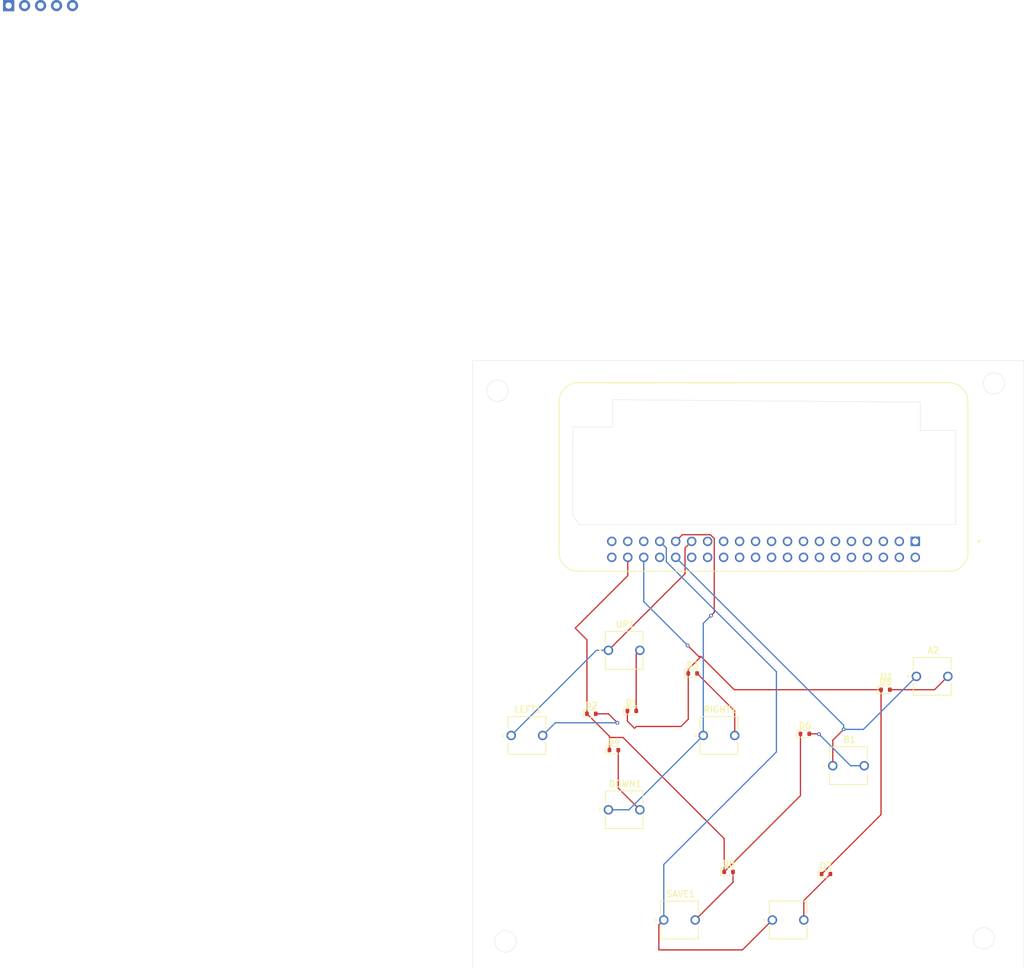
<source format=kicad_pcb>
(kicad_pcb (version 20241229) (generator "pcbnew") (generator_version "9.0")
  (layers (0 "F.Cu" signal) (2 "B.Cu" signal) (13 "F.Paste" user) (15 "B.Paste" user) (5 "F.SilkS" user "F.Silkscreen") (7 "B.SilkS" user "B.Silkscreen") (1 "F.Mask" user) (3 "B.Mask" user) (25 "Edge.Cuts" user))
  (net 0 "")
  (net 1 "GND")
  (net 2 "Net-(D5-A)")
  (net 3 "Column3")
  (net 4 "Net-(D6-A)")
  (net 5 "Net-(D1-A)")
  (net 6 "Row1")
  (net 7 "Row2")
  (net 8 "Net-(D2-A)")
  (net 9 "Net-(D3-A)")
  (net 10 "Net-(D4-A)")
  (net 11 "Net-(D7-A)")
  (net 12 "Net-(D8-A)")
  (net 13 "Column2")
  (net 17 "Column1")
  (net 23 "Column4")
  (net 26 "RotB")
  (net 30 "RotA")
  (net 36 "RotButton")
  (footprint "RASPBERRY PI ZERO 2 W:MODULE_RASPBERRY_PI_ZERO_2_W" (layer "F.Cu") (at 121.4025 75.89 180)
    (property "Reference" "U1" (at -19.569 -31.6862 0) (layer "F.SilkS") (effects (font (size 1.00189 1.00189))))
    (property "Value" "RASPBERRY_PI_ZERO_2_W")
    (fp_line (start 32.5 12) (end 32.5 -12) (stroke (width 0.127)) (layer "F.SilkS"))
    (fp_line (start 29.5 -15) (end -29.5 -15) (stroke (width 0.127)) (layer "F.SilkS"))
    (fp_line (start 17 15) (end 25.35 15) (stroke (width 0.127)) (layer "F.SilkS"))
    (fp_line (start 4.4 15) (end 12.75 15) (stroke (width 0.127)) (layer "F.SilkS"))
    (fp_line (start -29.5 15) (end 29.5 15) (stroke (width 0.127)) (layer "F.SilkS"))
    (fp_line (start -32.5 -12) (end -32.5 12) (stroke (width 0.127)) (layer "F.SilkS"))
    (fp_arc (start 32.5 12) (mid 31.62132 14.12132) (end 29.5 15) (stroke (width 0.127)) (layer "F.SilkS"))
    (fp_arc (start 29.5 -15) (mid 31.62132 -14.12132) (end 32.5 -12) (stroke (width 0.127)) (layer "F.SilkS"))
    (fp_arc (start -29.5 15) (mid -31.62132 14.12132) (end -32.5 12) (stroke (width 0.127)) (layer "F.SilkS"))
    (fp_arc (start -32.5 -12) (mid -31.62132 -14.12132) (end -29.5 -15) (stroke (width 0.127)) (layer "F.SilkS"))
    (fp_circle (center -34.29 -10.23) (end -34.19 -10.23) (stroke (width 0.2)) (fill no) (layer "F.SilkS"))
    (pad "" np_thru_hole circle (at -29 -11.5 180) (size 2.75 2.75) (drill 2.75) (layers "*.Cu" "*.Mask"))
    (pad "" np_thru_hole circle (at -29 11.5 180) (size 2.75 2.75) (drill 2.75) (layers "*.Cu" "*.Mask"))
    (pad "" np_thru_hole circle (at 29 -11.5 180) (size 2.75 2.75) (drill 2.75) (layers "*.Cu" "*.Mask"))
    (pad "" np_thru_hole circle (at 29 11.5 180) (size 2.75 2.75) (drill 2.75) (layers "*.Cu" "*.Mask"))
    (pad "1" thru_hole rect (at -24.13 -10.23 180) (size 1.508 1.508) (drill 1) (layers "*.Cu" "*.Mask"))
    (pad "2" thru_hole circle (at -24.13 -12.77 180) (size 1.508 1.508) (drill 1) (layers "*.Cu" "*.Mask"))
    (pad "3" thru_hole circle (at -21.59 -10.23 180) (size 1.508 1.508) (drill 1) (layers "*.Cu" "*.Mask"))
    (pad "4" thru_hole circle (at -21.59 -12.77 180) (size 1.508 1.508) (drill 1) (layers "*.Cu" "*.Mask"))
    (pad "5" thru_hole circle (at -19.05 -10.23 180) (size 1.508 1.508) (drill 1) (layers "*.Cu" "*.Mask"))
    (pad "6" thru_hole circle (at -19.05 -12.77 180) (size 1.508 1.508) (drill 1) (layers "*.Cu" "*.Mask"))
    (pad "7" thru_hole circle (at -16.51 -10.23 180) (size 1.508 1.508) (drill 1) (layers "*.Cu" "*.Mask"))
    (pad "8" thru_hole circle (at -16.51 -12.77 180) (size 1.508 1.508) (drill 1) (layers "*.Cu" "*.Mask"))
    (pad "9" thru_hole circle (at -13.97 -10.23 180) (size 1.508 1.508) (drill 1) (layers "*.Cu" "*.Mask"))
    (pad "10" thru_hole circle (at -13.97 -12.77 180) (size 1.508 1.508) (drill 1) (layers "*.Cu" "*.Mask"))
    (pad "11" thru_hole circle (at -11.43 -10.23 180) (size 1.508 1.508) (drill 1) (layers "*.Cu" "*.Mask"))
    (pad "12" thru_hole circle (at -11.43 -12.77 180) (size 1.508 1.508) (drill 1) (layers "*.Cu" "*.Mask"))
    (pad "13" thru_hole circle (at -8.89 -10.23 180) (size 1.508 1.508) (drill 1) (layers "*.Cu" "*.Mask"))
    (pad "14" thru_hole circle (at -8.89 -12.77 180) (size 1.508 1.508) (drill 1) (layers "*.Cu" "*.Mask"))
    (pad "15" thru_hole circle (at -6.35 -10.23 180) (size 1.508 1.508) (drill 1) (layers "*.Cu" "*.Mask"))
    (pad "16" thru_hole circle (at -6.35 -12.77 180) (size 1.508 1.508) (drill 1) (layers "*.Cu" "*.Mask"))
    (pad "17" thru_hole circle (at -3.81 -10.23 180) (size 1.508 1.508) (drill 1) (layers "*.Cu" "*.Mask"))
    (pad "18" thru_hole circle (at -3.81 -12.77 180) (size 1.508 1.508) (drill 1) (layers "*.Cu" "*.Mask"))
    (pad "19" thru_hole circle (at -1.27 -10.23 180) (size 1.508 1.508) (drill 1) (layers "*.Cu" "*.Mask"))
    (pad "20" thru_hole circle (at -1.27 -12.77 180) (size 1.508 1.508) (drill 1) (layers "*.Cu" "*.Mask"))
    (pad "21" thru_hole circle (at 1.27 -10.23 180) (size 1.508 1.508) (drill 1) (layers "*.Cu" "*.Mask"))
    (pad "22" thru_hole circle (at 1.27 -12.77 180) (size 1.508 1.508) (drill 1) (layers "*.Cu" "*.Mask"))
    (pad "23" thru_hole circle (at 3.81 -10.23 180) (size 1.508 1.508) (drill 1) (layers "*.Cu" "*.Mask"))
    (pad "24" thru_hole circle (at 3.81 -12.77 180) (size 1.508 1.508) (drill 1) (layers "*.Cu" "*.Mask"))
    (pad "25" thru_hole circle (at 6.35 -10.23 180) (size 1.508 1.508) (drill 1) (layers "*.Cu" "*.Mask"))
    (pad "26" thru_hole circle (at 6.35 -12.77 180) (size 1.508 1.508) (drill 1) (layers "*.Cu" "*.Mask"))
    (pad "27" thru_hole circle (at 8.89 -10.23 180) (size 1.508 1.508) (drill 1) (layers "*.Cu" "*.Mask"))
    (pad "28" thru_hole circle (at 8.89 -12.77 180) (size 1.508 1.508) (drill 1) (layers "*.Cu" "*.Mask"))
    (pad "29" thru_hole circle (at 11.43 -10.23 180) (size 1.508 1.508) (drill 1) (layers "*.Cu" "*.Mask") (net 17 "Column1"))
    (pad "30" thru_hole circle (at 11.43 -12.77 180) (size 1.508 1.508) (drill 1) (layers "*.Cu" "*.Mask"))
    (pad "31" thru_hole circle (at 13.97 -10.23 180) (size 1.508 1.508) (drill 1) (layers "*.Cu" "*.Mask") (net 13 "Column2"))
    (pad "32" thru_hole circle (at 13.97 -12.77 180) (size 1.508 1.508) (drill 1) (layers "*.Cu" "*.Mask") (net 3 "Column3"))
    (pad "33" thru_hole circle (at 16.51 -10.23 180) (size 1.508 1.508) (drill 1) (layers "*.Cu" "*.Mask") (net 23 "Column4"))
    (pad "34" thru_hole circle (at 16.51 -12.77 180) (size 1.508 1.508) (drill 1) (layers "*.Cu" "*.Mask") (net 1 "GND"))
    (pad "35" thru_hole circle (at 19.05 -10.23 180) (size 1.508 1.508) (drill 1) (layers "*.Cu" "*.Mask") (net 30 "RotA"))
    (pad "36" thru_hole circle (at 19.05 -12.77 180) (size 1.508 1.508) (drill 1) (layers "*.Cu" "*.Mask") (net 6 "Row1"))
    (pad "37" thru_hole circle (at 21.59 -10.23 180) (size 1.508 1.508) (drill 1) (layers "*.Cu" "*.Mask") (net 26 "RotB"))
    (pad "38" thru_hole circle (at 21.59 -12.77 180) (size 1.508 1.508) (drill 1) (layers "*.Cu" "*.Mask") (net 7 "Row2"))
    (pad "39" thru_hole circle (at 24.13 -10.23 180) (size 1.508 1.508) (drill 1) (layers "*.Cu" "*.Mask"))
    (pad "40" thru_hole circle (at 24.13 -12.77 180) (size 1.508 1.508) (drill 1) (layers "*.Cu" "*.Mask") (net 36 "RotButton"))
  )
  (footprint "Micro_Button:SW_BUTT-2" (layer "F.Cu") (at 108.04 146.35)
    (property "Reference" "SAVE1" (at 0.175 -4.135 0) (layer "F.SilkS"))
    (property "Value" "BUTT-2")
    (fp_line (start -3 -3) (end 3 -3) (stroke (width 0.127)) (layer "F.SilkS"))
    (fp_line (start -3 -1.075) (end -3 -3) (stroke (width 0.127)) (layer "F.SilkS"))
    (fp_line (start -3 3) (end -3 1.075) (stroke (width 0.127)) (layer "F.SilkS"))
    (fp_line (start 3 -3) (end 3 -1.075) (stroke (width 0.127)) (layer "F.SilkS"))
    (fp_line (start 3 1.075) (end 3 3) (stroke (width 0.127)) (layer "F.SilkS"))
    (fp_line (start 3 3) (end -3 3) (stroke (width 0.127)) (layer "F.SilkS"))
    (fp_circle (center -3.8 0) (end -3.7 0) (stroke (width 0.2)) (fill no) (layer "F.SilkS"))
    (pad "1" thru_hole circle (at -2.5 0) (size 1.508 1.508) (drill 1) (layers "*.Cu" "*.Mask") (net 23 "Column4"))
    (pad "2" thru_hole circle (at 2.5 0) (size 1.508 1.508) (drill 1) (layers "*.Cu" "*.Mask") (net 12 "Net-(D8-A)"))
  )
  (footprint "Micro_Button:SW_BUTT-2" (layer "F.Cu") (at 99.24 128.82)
    (property "Reference" "DOWN1" (at 0.175 -4.135 0) (layer "F.SilkS"))
    (property "Value" "BUTT-2")
    (fp_line (start -3 -3) (end 3 -3) (stroke (width 0.127)) (layer "F.SilkS"))
    (fp_line (start -3 -1.075) (end -3 -3) (stroke (width 0.127)) (layer "F.SilkS"))
    (fp_line (start -3 3) (end -3 1.075) (stroke (width 0.127)) (layer "F.SilkS"))
    (fp_line (start 3 -3) (end 3 -1.075) (stroke (width 0.127)) (layer "F.SilkS"))
    (fp_line (start 3 1.075) (end 3 3) (stroke (width 0.127)) (layer "F.SilkS"))
    (fp_line (start 3 3) (end -3 3) (stroke (width 0.127)) (layer "F.SilkS"))
    (fp_circle (center -3.8 0) (end -3.7 0) (stroke (width 0.2)) (fill no) (layer "F.SilkS"))
    (pad "1" thru_hole circle (at -2.5 0) (size 1.508 1.508) (drill 1) (layers "*.Cu" "*.Mask") (net 13 "Column2"))
    (pad "2" thru_hole circle (at 2.5 0) (size 1.508 1.508) (drill 1) (layers "*.Cu" "*.Mask") (net 10 "Net-(D4-A)"))
  )
  (footprint "Micro_Button:SW_BUTT-2" (layer "F.Cu") (at 99.24 103.45)
    (property "Reference" "UP1" (at 0.175 -4.135 0) (layer "F.SilkS"))
    (property "Value" "BUTT-2")
    (fp_line (start -3 -3) (end 3 -3) (stroke (width 0.127)) (layer "F.SilkS"))
    (fp_line (start -3 -1.075) (end -3 -3) (stroke (width 0.127)) (layer "F.SilkS"))
    (fp_line (start -3 3) (end -3 1.075) (stroke (width 0.127)) (layer "F.SilkS"))
    (fp_line (start 3 -3) (end 3 -1.075) (stroke (width 0.127)) (layer "F.SilkS"))
    (fp_line (start 3 1.075) (end 3 3) (stroke (width 0.127)) (layer "F.SilkS"))
    (fp_line (start 3 3) (end -3 3) (stroke (width 0.127)) (layer "F.SilkS"))
    (fp_circle (center -3.8 0) (end -3.7 0) (stroke (width 0.2)) (fill no) (layer "F.SilkS"))
    (pad "1" thru_hole circle (at -2.5 0) (size 1.508 1.508) (drill 1) (layers "*.Cu" "*.Mask") (net 17 "Column1"))
    (pad "2" thru_hole circle (at 2.5 0) (size 1.508 1.508) (drill 1) (layers "*.Cu" "*.Mask") (net 5 "Net-(D1-A)"))
  )
  (footprint "Audio Amp:1X05_ROUND_70" (layer "F.Cu") (at 6.4516 0.889)
    (property "Reference" "U2" (hide yes))
    (property "Value" "PAM8302AASCR")
    (pad "1" thru_hole rect (at -5.08 0 90) (size 1.778 1.778) (drill 1) (layers "*.Cu" "*.Mask"))
    (pad "2" thru_hole circle (at -2.54 0 90) (size 1.778 1.778) (drill 1) (layers "*.Cu" "*.Mask"))
    (pad "3" thru_hole circle (at 0 0 90) (size 1.778 1.778) (drill 1) (layers "*.Cu" "*.Mask"))
    (pad "4" thru_hole circle (at 2.54 0 90) (size 1.778 1.778) (drill 1) (layers "*.Cu" "*.Mask"))
    (pad "5" thru_hole circle (at 5.08 0 90) (size 1.778 1.778) (drill 1) (layers "*.Cu" "*.Mask"))
  )
  (footprint "Diode_SMD:D_SOD-523" (layer "F.Cu") (at 110.132 107.13)
    (property "Reference" "D3" (at 0 -1.3 0) (layer "F.SilkS"))
    (property "Value" "1N4148WT")
    (fp_line (start -1.26 -0.6) (end -1.26 0.6) (stroke (width 0.12)) (layer "F.SilkS"))
    (fp_line (start 0.7 -0.6) (end -1.26 -0.6) (stroke (width 0.12)) (layer "F.SilkS"))
    (fp_line (start 0.7 0.6) (end -1.26 0.6) (stroke (width 0.12)) (layer "F.SilkS"))
    (pad "1" smd roundrect (at -0.7 0 180) (size 0.6 0.7) (layers "F.Cu" "F.Mask" "F.Paste") (net 6 "Row1"))
    (pad "2" smd roundrect (at 0.7 0 180) (size 0.6 0.7) (layers "F.Cu" "F.Mask" "F.Paste") (net 9 "Net-(D3-A)"))
  )
  (footprint "Micro_Button:SW_BUTT-2" (layer "F.Cu") (at 148.21 107.6)
    (property "Reference" "A2" (at 0.175 -4.135 0) (layer "F.SilkS"))
    (property "Value" "BUTT-2")
    (fp_line (start -3 -3) (end 3 -3) (stroke (width 0.127)) (layer "F.SilkS"))
    (fp_line (start -3 -1.075) (end -3 -3) (stroke (width 0.127)) (layer "F.SilkS"))
    (fp_line (start -3 3) (end -3 1.075) (stroke (width 0.127)) (layer "F.SilkS"))
    (fp_line (start 3 -3) (end 3 -1.075) (stroke (width 0.127)) (layer "F.SilkS"))
    (fp_line (start 3 1.075) (end 3 3) (stroke (width 0.127)) (layer "F.SilkS"))
    (fp_line (start 3 3) (end -3 3) (stroke (width 0.127)) (layer "F.SilkS"))
    (fp_circle (center -3.8 0) (end -3.7 0) (stroke (width 0.2)) (fill no) (layer "F.SilkS"))
    (pad "1" thru_hole circle (at -2.5 0) (size 1.508 1.508) (drill 1) (layers "*.Cu" "*.Mask") (net 3 "Column3"))
    (pad "2" thru_hole circle (at 2.5 0) (size 1.508 1.508) (drill 1) (layers "*.Cu" "*.Mask") (net 2 "Net-(D5-A)"))
  )
  (footprint "Micro_Button:SW_BUTT-2" (layer "F.Cu") (at 125.31 146.35)
    (property "Reference" "SELECT1" (hide yes))
    (property "Value" "BUTT-2")
    (fp_line (start -3 -3) (end 3 -3) (stroke (width 0.127)) (layer "F.SilkS"))
    (fp_line (start -3 -1.075) (end -3 -3) (stroke (width 0.127)) (layer "F.SilkS"))
    (fp_line (start -3 3) (end -3 1.075) (stroke (width 0.127)) (layer "F.SilkS"))
    (fp_line (start 3 -3) (end 3 -1.075) (stroke (width 0.127)) (layer "F.SilkS"))
    (fp_line (start 3 1.075) (end 3 3) (stroke (width 0.127)) (layer "F.SilkS"))
    (fp_line (start 3 3) (end -3 3) (stroke (width 0.127)) (layer "F.SilkS"))
    (fp_circle (center -3.8 0) (end -3.7 0) (stroke (width 0.2)) (fill no) (layer "F.SilkS"))
    (pad "1" thru_hole circle (at -2.5 0) (size 1.508 1.508) (drill 1) (layers "*.Cu" "*.Mask") (net 23 "Column4"))
    (pad "2" thru_hole circle (at 2.5 0) (size 1.508 1.508) (drill 1) (layers "*.Cu" "*.Mask") (net 11 "Net-(D7-A)"))
  )
  (footprint "Micro_Button:SW_BUTT-2" (layer "F.Cu") (at 114.32 117)
    (property "Reference" "RIGHT1" (at 0.175 -4.135 0) (layer "F.SilkS"))
    (property "Value" "BUTT-2")
    (fp_line (start -3 -3) (end 3 -3) (stroke (width 0.127)) (layer "F.SilkS"))
    (fp_line (start -3 -1.075) (end -3 -3) (stroke (width 0.127)) (layer "F.SilkS"))
    (fp_line (start -3 3) (end -3 1.075) (stroke (width 0.127)) (layer "F.SilkS"))
    (fp_line (start 3 -3) (end 3 -1.075) (stroke (width 0.127)) (layer "F.SilkS"))
    (fp_line (start 3 1.075) (end 3 3) (stroke (width 0.127)) (layer "F.SilkS"))
    (fp_line (start 3 3) (end -3 3) (stroke (width 0.127)) (layer "F.SilkS"))
    (fp_circle (center -3.8 0) (end -3.7 0) (stroke (width 0.2)) (fill no) (layer "F.SilkS"))
    (pad "1" thru_hole circle (at -2.5 0) (size 1.508 1.508) (drill 1) (layers "*.Cu" "*.Mask") (net 13 "Column2"))
    (pad "2" thru_hole circle (at 2.5 0) (size 1.508 1.508) (drill 1) (layers "*.Cu" "*.Mask") (net 9 "Net-(D3-A)"))
  )
  (footprint "Diode_SMD:D_SOD-523" (layer "F.Cu") (at 100.4545 113.09)
    (property "Reference" "D1" (at 0 -1.3 0) (layer "F.SilkS"))
    (property "Value" "1N4148WT")
    (fp_line (start -1.26 -0.6) (end -1.26 0.6) (stroke (width 0.12)) (layer "F.SilkS"))
    (fp_line (start 0.7 -0.6) (end -1.26 -0.6) (stroke (width 0.12)) (layer "F.SilkS"))
    (fp_line (start 0.7 0.6) (end -1.26 0.6) (stroke (width 0.12)) (layer "F.SilkS"))
    (pad "1" smd roundrect (at -0.7 0 180) (size 0.6 0.7) (layers "F.Cu" "F.Mask" "F.Paste") (net 6 "Row1"))
    (pad "2" smd roundrect (at 0.7 0 180) (size 0.6 0.7) (layers "F.Cu" "F.Mask" "F.Paste") (net 5 "Net-(D1-A)"))
  )
  (footprint "Diode_SMD:D_SOD-523" (layer "F.Cu") (at 127.972 116.73)
    (property "Reference" "D6" (at 0 -1.3 0) (layer "F.SilkS"))
    (property "Value" "1N4148WT")
    (fp_line (start -1.26 -0.6) (end -1.26 0.6) (stroke (width 0.12)) (layer "F.SilkS"))
    (fp_line (start 0.7 -0.6) (end -1.26 -0.6) (stroke (width 0.12)) (layer "F.SilkS"))
    (fp_line (start 0.7 0.6) (end -1.26 0.6) (stroke (width 0.12)) (layer "F.SilkS"))
    (pad "1" smd roundrect (at -0.7 0 180) (size 0.6 0.7) (layers "F.Cu" "F.Mask" "F.Paste") (net 7 "Row2"))
    (pad "2" smd roundrect (at 0.7 0 180) (size 0.6 0.7) (layers "F.Cu" "F.Mask" "F.Paste") (net 4 "Net-(D6-A)"))
  )
  (footprint "Diode_SMD:D_SOD-523" (layer "F.Cu") (at 94.022 113.55)
    (property "Reference" "D2" (at 0 -1.3 0) (layer "F.SilkS"))
    (property "Value" "1N4148WT")
    (fp_line (start -1.26 -0.6) (end -1.26 0.6) (stroke (width 0.12)) (layer "F.SilkS"))
    (fp_line (start 0.7 -0.6) (end -1.26 -0.6) (stroke (width 0.12)) (layer "F.SilkS"))
    (fp_line (start 0.7 0.6) (end -1.26 0.6) (stroke (width 0.12)) (layer "F.SilkS"))
    (pad "1" smd roundrect (at -0.7 0 180) (size 0.6 0.7) (layers "F.Cu" "F.Mask" "F.Paste") (net 7 "Row2"))
    (pad "2" smd roundrect (at 0.7 0 180) (size 0.6 0.7) (layers "F.Cu" "F.Mask" "F.Paste") (net 8 "Net-(D2-A)"))
  )
  (footprint "Diode_SMD:D_SOD-523" (layer "F.Cu") (at 115.842 138.7)
    (property "Reference" "D8" (at 0 -1.3 0) (layer "F.SilkS"))
    (property "Value" "1N4148WT")
    (fp_line (start -1.26 -0.6) (end -1.26 0.6) (stroke (width 0.12)) (layer "F.SilkS"))
    (fp_line (start 0.7 -0.6) (end -1.26 -0.6) (stroke (width 0.12)) (layer "F.SilkS"))
    (fp_line (start 0.7 0.6) (end -1.26 0.6) (stroke (width 0.12)) (layer "F.SilkS"))
    (pad "1" smd roundrect (at -0.7 0 180) (size 0.6 0.7) (layers "F.Cu" "F.Mask" "F.Paste") (net 7 "Row2"))
    (pad "2" smd roundrect (at 0.7 0 180) (size 0.6 0.7) (layers "F.Cu" "F.Mask" "F.Paste") (net 12 "Net-(D8-A)"))
  )
  (footprint "Diode_SMD:D_SOD-523" (layer "F.Cu") (at 97.602 119.33)
    (property "Reference" "D4" (at 0 -1.3 0) (layer "F.SilkS"))
    (property "Value" "1N4148WT")
    (fp_line (start -1.26 -0.6) (end -1.26 0.6) (stroke (width 0.12)) (layer "F.SilkS"))
    (fp_line (start 0.7 -0.6) (end -1.26 -0.6) (stroke (width 0.12)) (layer "F.SilkS"))
    (fp_line (start 0.7 0.6) (end -1.26 0.6) (stroke (width 0.12)) (layer "F.SilkS"))
    (pad "1" smd roundrect (at -0.7 0 180) (size 0.6 0.7) (layers "F.Cu" "F.Mask" "F.Paste") (net 7 "Row2"))
    (pad "2" smd roundrect (at 0.7 0 180) (size 0.6 0.7) (layers "F.Cu" "F.Mask" "F.Paste") (net 10 "Net-(D4-A)"))
  )
  (footprint "Micro_Button:SW_BUTT-2" (layer "F.Cu") (at 83.78 117)
    (property "Reference" "LEFT1" (at 0.175 -4.135 0) (layer "F.SilkS"))
    (property "Value" "BUTT-2")
    (fp_line (start -3 -3) (end 3 -3) (stroke (width 0.127)) (layer "F.SilkS"))
    (fp_line (start -3 -1.075) (end -3 -3) (stroke (width 0.127)) (layer "F.SilkS"))
    (fp_line (start -3 3) (end -3 1.075) (stroke (width 0.127)) (layer "F.SilkS"))
    (fp_line (start 3 -3) (end 3 -1.075) (stroke (width 0.127)) (layer "F.SilkS"))
    (fp_line (start 3 1.075) (end 3 3) (stroke (width 0.127)) (layer "F.SilkS"))
    (fp_line (start 3 3) (end -3 3) (stroke (width 0.127)) (layer "F.SilkS"))
    (fp_circle (center -3.8 0) (end -3.7 0) (stroke (width 0.2)) (fill no) (layer "F.SilkS"))
    (pad "1" thru_hole circle (at -2.5 0) (size 1.508 1.508) (drill 1) (layers "*.Cu" "*.Mask") (net 17 "Column1"))
    (pad "2" thru_hole circle (at 2.5 0) (size 1.508 1.508) (drill 1) (layers "*.Cu" "*.Mask") (net 8 "Net-(D2-A)"))
  )
  (footprint "Diode_SMD:D_SOD-523" (layer "F.Cu") (at 131.33 139.04)
    (property "Reference" "D7" (at 0 -1.3 0) (layer "F.SilkS"))
    (property "Value" "1N4148WT" (hide yes))
    (fp_line (start -1.26 -0.6) (end -1.26 0.6) (stroke (width 0.12)) (layer "F.SilkS"))
    (fp_line (start 0.7 -0.6) (end -1.26 -0.6) (stroke (width 0.12)) (layer "F.SilkS"))
    (fp_line (start 0.7 0.6) (end -1.26 0.6) (stroke (width 0.12)) (layer "F.SilkS"))
    (pad "1" smd roundrect (at -0.7 0 180) (size 0.6 0.7) (layers "F.Cu" "F.Mask" "F.Paste") (net 6 "Row1"))
    (pad "2" smd roundrect (at 0.7 0 180) (size 0.6 0.7) (layers "F.Cu" "F.Mask" "F.Paste") (net 11 "Net-(D7-A)"))
  )
  (footprint "Diode_SMD:D_SOD-523" (layer "F.Cu") (at 140.7825 109.72)
    (property "Reference" "D5" (at 0 -1.3 0) (layer "F.SilkS"))
    (property "Value" "1N4148WT")
    (fp_line (start -1.26 -0.6) (end -1.26 0.6) (stroke (width 0.12)) (layer "F.SilkS"))
    (fp_line (start 0.7 -0.6) (end -1.26 -0.6) (stroke (width 0.12)) (layer "F.SilkS"))
    (fp_line (start 0.7 0.6) (end -1.26 0.6) (stroke (width 0.12)) (layer "F.SilkS"))
    (pad "1" smd roundrect (at -0.7 0 180) (size 0.6 0.7) (layers "F.Cu" "F.Mask" "F.Paste") (net 6 "Row1"))
    (pad "2" smd roundrect (at 0.7 0 180) (size 0.6 0.7) (layers "F.Cu" "F.Mask" "F.Paste") (net 2 "Net-(D5-A)"))
  )
  (footprint "Micro_Button:SW_BUTT-2" (layer "F.Cu") (at 134.91 121.81)
    (property "Reference" "B1" (at 0.175 -4.135 0) (layer "F.SilkS"))
    (property "Value" "BUTT-2")
    (fp_line (start -3 -3) (end 3 -3) (stroke (width 0.127)) (layer "F.SilkS"))
    (fp_line (start -3 -1.075) (end -3 -3) (stroke (width 0.127)) (layer "F.SilkS"))
    (fp_line (start -3 3) (end -3 1.075) (stroke (width 0.127)) (layer "F.SilkS"))
    (fp_line (start 3 -3) (end 3 -1.075) (stroke (width 0.127)) (layer "F.SilkS"))
    (fp_line (start 3 1.075) (end 3 3) (stroke (width 0.127)) (layer "F.SilkS"))
    (fp_line (start 3 3) (end -3 3) (stroke (width 0.127)) (layer "F.SilkS"))
    (fp_circle (center -3.8 0) (end -3.7 0) (stroke (width 0.2)) (fill no) (layer "F.SilkS"))
    (pad "1" thru_hole circle (at -2.5 0) (size 1.508 1.508) (drill 1) (layers "*.Cu" "*.Mask") (net 3 "Column3"))
    (pad "2" thru_hole circle (at 2.5 0) (size 1.508 1.508) (drill 1) (layers "*.Cu" "*.Mask") (net 4 "Net-(D6-A)"))
  )
  (gr_line (start 151.98 68.47) (end 146.3 68.47) (stroke (width 0.05)) (layer "Edge.Cuts"))
  (gr_line (start 144.96 63.97) (end 97.4 63.58) (stroke (width 0.05)) (layer "Edge.Cuts"))
  (gr_line (start 151.98 83.45) (end 151.98 68.47) (stroke (width 0.05)) (layer "Edge.Cuts"))
  (gr_line (start 146.3 68.47) (end 146.3 63.97) (stroke (width 0.05)) (layer "Edge.Cuts"))
  (gr_line (start 92.04 83.45) (end 151.98 83.45) (stroke (width 0.05)) (layer "Edge.Cuts"))
  (gr_circle (center 79.11 62.16) (end 80.81 62.16) (stroke (width 0.05)) (fill no) (layer "Edge.Cuts"))
  (gr_circle (center 158.04 61.01) (end 159.74 60.98) (stroke (width 0.05)) (fill no) (layer "Edge.Cuts"))
  (gr_circle (center 80.37 149.77) (end 82.07 149.77) (stroke (width 0.05)) (fill no) (layer "Edge.Cuts"))
  (gr_rect (start 75.17 57.38) (end 162.8 154.01) (stroke (width 0.05)) (fill no) (layer "Edge.Cuts"))
  (gr_line (start 91.02 81.87) (end 92.04 83.45) (stroke (width 0.05)) (layer "Edge.Cuts"))
  (gr_circle (center 156.41 149.259971) (end 154.71 149.269971) (stroke (width 0.05)) (fill no) (layer "Edge.Cuts"))
  (gr_line (start 146.3 63.97) (end 144.96 63.97) (stroke (width 0.05)) (layer "Edge.Cuts"))
  (gr_line (start 91.1 67.92) (end 91.02 81.87) (stroke (width 0.05)) (layer "Edge.Cuts"))
  (gr_line (start 97.4 67.92) (end 91.1 67.92) (stroke (width 0.05)) (layer "Edge.Cuts"))
  (gr_line (start 97.4 63.58) (end 97.4 67.92) (stroke (width 0.05)) (layer "Edge.Cuts"))
  (segment (start 148.59 109.72) (end 141.4825 109.72) (width 0.2) (layer "F.Cu") (net 2))
  (segment (start 150.71 107.6) (end 148.59 109.72) (width 0.2) (layer "F.Cu") (net 2))
  (segment (start 132.41 121.81) (end 132.41 117.76) (width 0.2) (layer "F.Cu") (net 3))
  (segment (start 132.41 117.76) (end 134.14 116.03) (width 0.2) (layer "F.Cu") (net 3))
  (via (at 134.14 116.03) (size 0.6) (drill 0.3) (layers "F.Cu" "B.Cu") (net 3))
  (segment (start 137.28 116.03) (end 134.14 116.03) (width 0.2) (layer "B.Cu") (net 3))
  (segment (start 134.14 115.3675) (end 107.4325 88.66) (width 0.2) (layer "B.Cu") (net 3))
  (segment (start 134.14 116.03) (end 134.14 115.3675) (width 0.2) (layer "B.Cu") (net 3))
  (segment (start 145.71 107.6) (end 137.28 116.03) (width 0.2) (layer "B.Cu") (net 3))
  (segment (start 128.672 116.73) (end 130.152 116.73) (width 0.2) (layer "F.Cu") (net 4))
  (segment (start 130.152 116.73) (end 130.212 116.79) (width 0.2) (layer "F.Cu") (net 4))
  (via (at 130.212 116.79) (size 0.6) (drill 0.3) (layers "F.Cu" "B.Cu") (net 4))
  (segment (start 137.41 121.81) (end 135.232 121.81) (width 0.2) (layer "B.Cu") (net 4))
  (segment (start 135.232 121.81) (end 130.212 116.79) (width 0.2) (layer "B.Cu") (net 4))
  (segment (start 101.1545 113.09) (end 101.1545 104.0355) (width 0.2) (layer "F.Cu") (net 5))
  (segment (start 101.1545 104.0355) (end 101.74 103.45) (width 0.2) (layer "F.Cu") (net 5))
  (segment (start 99.7545 113.09) (end 99.7545 114.7245) (width 0.2) (layer "F.Cu") (net 6))
  (segment (start 108.27 115.57) (end 109.432 114.408) (width 0.2) (layer "F.Cu") (net 6))
  (segment (start 140.0825 109.72) (end 140.0825 129.5875) (width 0.2) (layer "F.Cu") (net 6))
  (segment (start 140.0825 129.5875) (end 130.63 139.04) (width 0.2) (layer "F.Cu") (net 6))
  (segment (start 100.89 115.86) (end 101.18 115.57) (width 0.2) (layer "F.Cu") (net 6))
  (segment (start 99.7545 114.7245) (end 100.89 115.86) (width 0.2) (layer "F.Cu") (net 6))
  (segment (start 111.46 104.44) (end 109.432 106.468) (width 0.2) (layer "F.Cu") (net 6))
  (segment (start 109.432 114.408) (end 109.432 107.13) (width 0.2) (layer "F.Cu") (net 6))
  (segment (start 116.74 109.72) (end 111.46 104.44) (width 0.2) (layer "F.Cu") (net 6))
  (segment (start 109.432 106.468) (end 109.432 107.13) (width 0.2) (layer "F.Cu") (net 6))
  (segment (start 111.09 104.44) (end 111.46 104.44) (width 0.2) (layer "F.Cu") (net 6))
  (segment (start 101.18 115.57) (end 108.27 115.57) (width 0.2) (layer "F.Cu") (net 6))
  (segment (start 109.34 102.69) (end 111.09 104.44) (width 0.2) (layer "F.Cu") (net 6))
  (segment (start 140.0825 109.72) (end 116.74 109.72) (width 0.2) (layer "F.Cu") (net 6))
  (via (at 109.34 102.69) (size 0.6) (drill 0.3) (layers "F.Cu" "B.Cu") (net 6))
  (segment (start 102.3525 88.66) (end 102.3525 95.7025) (width 0.2) (layer "B.Cu") (net 6))
  (segment (start 102.3525 95.7025) (end 109.34 102.69) (width 0.2) (layer "B.Cu") (net 6))
  (segment (start 99.06 117.32) (end 96.902 117.32) (width 0.2) (layer "F.Cu") (net 7))
  (segment (start 99.8125 88.66) (end 99.8125 91.5775) (width 0.2) (layer "F.Cu") (net 7))
  (segment (start 93.322 101.792) (end 93.322 113.55) (width 0.2) (layer "F.Cu") (net 7))
  (segment (start 115.142 133.402) (end 99.06 117.32) (width 0.2) (layer "F.Cu") (net 7))
  (segment (start 127.272 126.57) (end 115.142 138.7) (width 0.2) (layer "F.Cu") (net 7))
  (segment (start 96.902 119.33) (end 96.902 117.32) (width 0.2) (layer "F.Cu") (net 7))
  (segment (start 99.8125 91.5775) (end 91.46 99.93) (width 0.2) (layer "F.Cu") (net 7))
  (segment (start 96.902 117.32) (end 96.902 117.13) (width 0.2) (layer "F.Cu") (net 7))
  (segment (start 91.46 99.93) (end 93.322 101.792) (width 0.2) (layer "F.Cu") (net 7))
  (segment (start 115.142 138.7) (end 115.142 133.402) (width 0.2) (layer "F.Cu") (net 7))
  (segment (start 127.272 116.73) (end 127.272 126.57) (width 0.2) (layer "F.Cu") (net 7))
  (segment (start 96.902 117.13) (end 93.322 113.55) (width 0.2) (layer "F.Cu") (net 7))
  (segment (start 94.722 113.55) (end 96.73 113.55) (width 0.2) (layer "F.Cu") (net 8))
  (segment (start 96.73 113.55) (end 98.16 114.98) (width 0.2) (layer "F.Cu") (net 8))
  (via (at 98.16 114.98) (size 0.6) (drill 0.3) (layers "F.Cu" "B.Cu") (net 8))
  (segment (start 98.16 114.98) (end 88.3 114.98) (width 0.2) (layer "B.Cu") (net 8))
  (segment (start 88.3 114.98) (end 86.28 117) (width 0.2) (layer "B.Cu") (net 8))
  (segment (start 116.82 117) (end 116.82 113.118) (width 0.2) (layer "F.Cu") (net 9))
  (segment (start 116.82 113.118) (end 110.832 107.13) (width 0.2) (layer "F.Cu") (net 9))
  (segment (start 98.302 119.33) (end 98.302 125.382) (width 0.2) (layer "F.Cu") (net 10))
  (segment (start 98.302 125.382) (end 101.74 128.82) (width 0.2) (layer "F.Cu") (net 10))
  (segment (start 127.81 143.26) (end 132.03 139.04) (width 0.2) (layer "F.Cu") (net 11))
  (segment (start 127.81 146.35) (end 127.81 143.26) (width 0.2) (layer "F.Cu") (net 11))
  (segment (start 116.542 140.348) (end 110.54 146.35) (width 0.2) (layer "F.Cu") (net 12))
  (segment (start 116.542 138.7) (end 116.542 140.348) (width 0.2) (layer "F.Cu") (net 12))
  (segment (start 112.949496 85.065) (end 108.4875 85.065) (width 0.2) (layer "F.Cu") (net 13))
  (segment (start 113.05 97.93) (end 113.5675 97.4125) (width 0.2) (layer "F.Cu") (net 13))
  (segment (start 113.5675 85.683004) (end 112.949496 85.065) (width 0.2) (layer "F.Cu") (net 13))
  (segment (start 108.4875 85.065) (end 107.4325 86.12) (width 0.2) (layer "F.Cu") (net 13))
  (segment (start 113.5675 97.4125) (end 113.5675 85.683004) (width 0.2) (layer "F.Cu") (net 13))
  (via (at 113.05 97.93) (size 0.6) (drill 0.3) (layers "F.Cu" "B.Cu") (net 13))
  (segment (start 111.82 99.16) (end 113.05 97.93) (width 0.2) (layer "B.Cu") (net 13))
  (segment (start 111.82 117) (end 111.82 99.16) (width 0.2) (layer "B.Cu") (net 13))
  (segment (start 96.74 128.82) (end 100 128.82) (width 0.2) (layer "B.Cu") (net 13))
  (segment (start 100 128.82) (end 111.82 117) (width 0.2) (layer "B.Cu") (net 13))
  (segment (start 96.74 103.45) (end 108.9175 91.2725) (width 0.2) (layer "F.Cu") (net 17))
  (segment (start 108.9175 87.175) (end 109.9725 86.12) (width 0.2) (layer "F.Cu") (net 17))
  (segment (start 108.9175 91.2725) (end 108.9175 87.175) (width 0.2) (layer "F.Cu") (net 17))
  (segment (start 94.83 103.45) (end 81.28 117) (width 0.2) (layer "B.Cu") (net 17))
  (segment (start 96.74 103.45) (end 94.83 103.45) (width 0.2) (layer "B.Cu") (net 17))
  (segment (start 118.05 151.11) (end 104.76 151.11) (width 0.2) (layer "F.Cu") (net 23))
  (segment (start 104.76 147.13) (end 105.54 146.35) (width 0.2) (layer "F.Cu") (net 23))
  (segment (start 104.76 151.11) (end 104.76 147.13) (width 0.2) (layer "F.Cu") (net 23))
  (segment (start 122.81 146.35) (end 118.05 151.11) (width 0.2) (layer "F.Cu") (net 23))
  (segment (start 123.45 119.62) (end 123.45 106.87) (width 0.2) (layer "B.Cu") (net 23))
  (segment (start 105.9475 89.3675) (end 105.9475 87.175) (width 0.2) (layer "B.Cu") (net 23))
  (segment (start 123.45 106.87) (end 105.9475 89.3675) (width 0.2) (layer "B.Cu") (net 23))
  (segment (start 105.54 137.53) (end 123.45 119.62) (width 0.2) (layer "B.Cu") (net 23))
  (segment (start 105.54 146.35) (end 105.54 137.53) (width 0.2) (layer "B.Cu") (net 23))
  (segment (start 105.9475 87.175) (end 104.8925 86.12) (width 0.2) (layer "B.Cu") (net 23))
)
</source>
